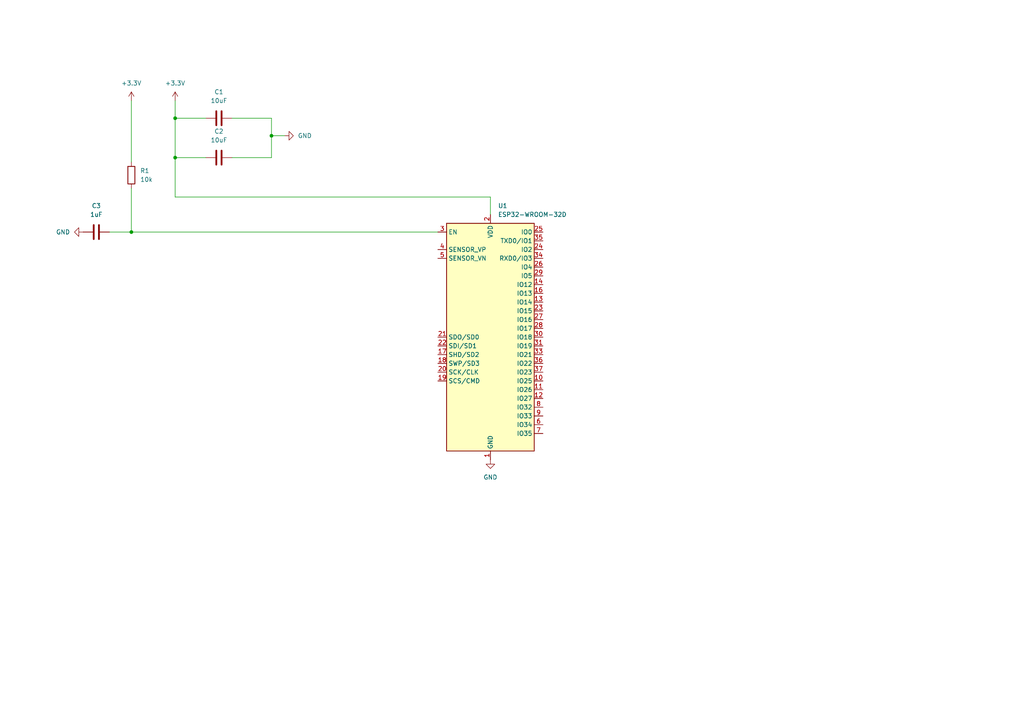
<source format=kicad_sch>
(kicad_sch (version 20230121) (generator eeschema)
  (paper "A4")
  (lib_symbols
    (symbol "Device:C" (pin_numbers hide) (pin_names (offset 0.254))
      (property "Reference" "C" (at 0.635 2.54 0))
      (property "Value" "C" (at 0.635 -2.54 0))
      (symbol "C_0_1"
        (polyline (pts (xy -2.032 -0.762) (xy 2.032 -0.762)) (stroke (width 0.508)))
        (polyline (pts (xy -2.032 0.762) (xy 2.032 0.762)) (stroke (width 0.508)))
      )
      (symbol "C_1_1"
        (pin passive line (at 0 3.81 270) (length 2.794) (name "~") (number "1"))
        (pin passive line (at 0 -3.81 90) (length 2.794) (name "~") (number "2"))
      )
    )
    (symbol "Device:R" (pin_numbers hide) (pin_names (offset 0))
      (property "Reference" "R" (at 2.032 0 90))
      (property "Value" "R" (at 0 0 90))
      (symbol "R_0_1"
        (rectangle (start -1.016 -2.54) (end 1.016 2.54) (stroke (width 0.254)))
      )
      (symbol "R_1_1"
        (pin passive line (at 0 3.81 270) (length 1.27) (name "~") (number "1"))
        (pin passive line (at 0 -3.81 90) (length 1.27) (name "~") (number "2"))
      )
    )
    (symbol "RF_Module:ESP32-WROOM-32D"
      (property "Reference" "U" (at -12.7 34.29 0))
      (property "Value" "ESP32-WROOM-32D" (at 1.27 34.29 0))
      (symbol "ESP32-WROOM-32D_0_1"
        (rectangle (start -12.7 33.02) (end 12.7 -33.02) (stroke (width 0.254)) (fill (type background)))
      )
      (symbol "ESP32-WROOM-32D_1_1"
        (pin power_in line (at 0 -35.56 90) (length 2.54) (name "GND") (number "1"))
        (pin bidirectional line (at 15.24 -12.7 180) (length 2.54) (name "IO25") (number "10"))
        (pin bidirectional line (at 15.24 -15.24 180) (length 2.54) (name "IO26") (number "11"))
        (pin bidirectional line (at 15.24 -17.78 180) (length 2.54) (name "IO27") (number "12"))
        (pin bidirectional line (at 15.24 10.16 180) (length 2.54) (name "IO14") (number "13"))
        (pin bidirectional line (at 15.24 15.24 180) (length 2.54) (name "IO12") (number "14"))
        (pin passive line (at 0 -35.56 90) (length 2.54) hide (name "GND") (number "15"))
        (pin bidirectional line (at 15.24 12.7 180) (length 2.54) (name "IO13") (number "16"))
        (pin bidirectional line (at -15.24 -5.08 0) (length 2.54) (name "SHD/SD2") (number "17"))
        (pin bidirectional line (at -15.24 -7.62 0) (length 2.54) (name "SWP/SD3") (number "18"))
        (pin bidirectional line (at -15.24 -12.7 0) (length 2.54) (name "SCS/CMD") (number "19"))
        (pin power_in line (at 0 35.56 270) (length 2.54) (name "VDD") (number "2"))
        (pin bidirectional line (at -15.24 -10.16 0) (length 2.54) (name "SCK/CLK") (number "20"))
        (pin bidirectional line (at -15.24 0 0) (length 2.54) (name "SDO/SD0") (number "21"))
        (pin bidirectional line (at -15.24 -2.54 0) (length 2.54) (name "SDI/SD1") (number "22"))
        (pin bidirectional line (at 15.24 7.62 180) (length 2.54) (name "IO15") (number "23"))
        (pin bidirectional line (at 15.24 25.4 180) (length 2.54) (name "IO2") (number "24"))
        (pin bidirectional line (at 15.24 30.48 180) (length 2.54) (name "IO0") (number "25"))
        (pin bidirectional line (at 15.24 20.32 180) (length 2.54) (name "IO4") (number "26"))
        (pin bidirectional line (at 15.24 5.08 180) (length 2.54) (name "IO16") (number "27"))
        (pin bidirectional line (at 15.24 2.54 180) (length 2.54) (name "IO17") (number "28"))
        (pin bidirectional line (at 15.24 17.78 180) (length 2.54) (name "IO5") (number "29"))
        (pin input line (at -15.24 30.48 0) (length 2.54) (name "EN") (number "3"))
        (pin bidirectional line (at 15.24 0 180) (length 2.54) (name "IO18") (number "30"))
        (pin bidirectional line (at 15.24 -2.54 180) (length 2.54) (name "IO19") (number "31"))
        (pin no_connect line (at -12.7 -27.94 0) (length 2.54) hide (name "NC") (number "32"))
        (pin bidirectional line (at 15.24 -5.08 180) (length 2.54) (name "IO21") (number "33"))
        (pin bidirectional line (at 15.24 22.86 180) (length 2.54) (name "RXD0/IO3") (number "34"))
        (pin bidirectional line (at 15.24 27.94 180) (length 2.54) (name "TXD0/IO1") (number "35"))
        (pin bidirectional line (at 15.24 -7.62 180) (length 2.54) (name "IO22") (number "36"))
        (pin bidirectional line (at 15.24 -10.16 180) (length 2.54) (name "IO23") (number "37"))
        (pin passive line (at 0 -35.56 90) (length 2.54) hide (name "GND") (number "38"))
        (pin passive line (at 0 -35.56 90) (length 2.54) hide (name "GND") (number "39"))
        (pin input line (at -15.24 25.4 0) (length 2.54) (name "SENSOR_VP") (number "4"))
        (pin input line (at -15.24 22.86 0) (length 2.54) (name "SENSOR_VN") (number "5"))
        (pin input line (at 15.24 -25.4 180) (length 2.54) (name "IO34") (number "6"))
        (pin input line (at 15.24 -27.94 180) (length 2.54) (name "IO35") (number "7"))
        (pin bidirectional line (at 15.24 -20.32 180) (length 2.54) (name "IO32") (number "8"))
        (pin bidirectional line (at 15.24 -22.86 180) (length 2.54) (name "IO33") (number "9"))
      )
    )
    (symbol "power:+3.3V" (power) (pin_names (offset 0))
      (property "Value" "+3.3V" (at 0 3.556 0))
      (symbol "+3.3V_0_1"
        (polyline (pts (xy -0.762 1.27) (xy 0 2.54)))
        (polyline (pts (xy 0 0) (xy 0 2.54)))
        (polyline (pts (xy 0 2.54) (xy 0.762 1.27)))
      )
      (symbol "+3.3V_1_1"
        (pin power_in line (at 0 0 90) (length 0) hide (name "+3.3V") (number "1"))
      )
    )
    (symbol "power:GND" (power) (pin_names (offset 0))
      (property "Value" "GND" (at 0 -3.81 0))
      (symbol "GND_0_1"
        (polyline (pts (xy 0 0) (xy 0 -1.27) (xy 1.27 -1.27) (xy 0 -2.54) (xy -1.27 -1.27) (xy 0 -1.27)))
      )
      (symbol "GND_1_1"
        (pin power_in line (at 0 0 270) (length 0) hide (name "GND") (number "1"))
      )
    )
  )
  (junction (at 50.8 34.29))
  (junction (at 50.8 45.72))
  (junction (at 78.74 39.37))
  (junction (at 38.1 67.31))
  (wire (pts (xy 50.8 29.21) (xy 50.8 34.29)))
  (wire (pts (xy 38.1 29.21) (xy 38.1 46.99)))
  (wire (pts (xy 67.31 45.72) (xy 78.74 45.72)))
  (wire (pts (xy 78.74 34.29) (xy 78.74 39.37)))
  (wire (pts (xy 50.8 45.72) (xy 50.8 57.15)))
  (wire (pts (xy 78.74 39.37) (xy 82.55 39.37)))
  (wire (pts (xy 142.24 57.15) (xy 142.24 62.23)))
  (wire (pts (xy 38.1 54.61) (xy 38.1 67.31)))
  (wire (pts (xy 38.1 67.31) (xy 127 67.31)))
  (wire (pts (xy 31.75 67.31) (xy 38.1 67.31)))
  (wire (pts (xy 50.8 34.29) (xy 59.69 34.29)))
  (wire (pts (xy 67.31 34.29) (xy 78.74 34.29)))
  (wire (pts (xy 78.74 45.72) (xy 78.74 39.37)))
  (wire (pts (xy 59.69 45.72) (xy 50.8 45.72)))
  (wire (pts (xy 50.8 57.15) (xy 142.24 57.15)))
  (wire (pts (xy 50.8 34.29) (xy 50.8 45.72)))
  (symbol (lib_id "Device:C") (at 63.5 34.29 90) (unit 1)
    (property "Reference" "C1" (at 63.5 26.67 90))
    (property "Value" "10uF" (at 63.5 29.21 90))
  )
  (symbol (lib_id "power:+3.3V") (at 50.8 29.21 0) (unit 1)
    (property "Reference" "#PWR02" (effects hide))
    (property "Value" "+3.3V" (at 50.8 24.13 0))
  )
  (symbol (lib_id "power:GND") (at 82.55 39.37 90) (unit 1)
    (property "Reference" "#PWR04" (effects hide))
    (property "Value" "GND" (at 86.36 39.37 90) (effects (justify right)))
  )
  (symbol (lib_id "power:+3.3V") (at 38.1 29.21 0) (unit 1)
    (property "Reference" "#PWR05" (effects hide))
    (property "Value" "+3.3V" (at 38.1 24.13 0))
  )
  (symbol (lib_id "Device:C") (at 63.5 45.72 90) (unit 1)
    (property "Reference" "C2" (at 63.5 38.1 90))
    (property "Value" "10uF" (at 63.5 40.64 90))
  )
  (symbol (lib_id "power:GND") (at 142.24 133.35 0) (unit 1)
    (property "Reference" "#PWR03" (effects hide))
    (property "Value" "GND" (at 142.24 138.43 0))
  )
  (symbol (lib_id "power:GND") (at 24.13 67.31 270) (unit 1)
    (property "Reference" "#PWR01" (effects hide))
    (property "Value" "GND" (at 20.32 67.31 90) (effects (justify right)))
  )
  (symbol (lib_id "Device:R") (at 38.1 50.8 180) (unit 1)
    (property "Reference" "R1" (at 40.64 49.53 0) (effects (justify right)))
    (property "Value" "10k" (at 40.64 52.07 0) (effects (justify right)))
  )
  (symbol (lib_id "Device:C") (at 27.94 67.31 90) (unit 1)
    (property "Reference" "C3" (at 27.94 59.69 90))
    (property "Value" "1uF" (at 27.94 62.23 90))
  )
  (symbol (lib_id "RF_Module:ESP32-WROOM-32D") (at 142.24 97.79 0) (unit 1)
    (property "Reference" "U1" (at 144.4341 59.69 0) (effects (justify left)))
    (property "Value" "ESP32-WROOM-32D" (at 144.4341 62.23 0) (effects (justify left)))
    (property "Footprint" "RF_Module:ESP32-WROOM-32D" (effects hide))
    (property "Datasheet" "https://www.espressif.com/sites/default/files/documentation/esp32-wroom-32d_esp32-wroom-32u_datasheet_en.pdf" (effects hide))
  )
)
</source>
